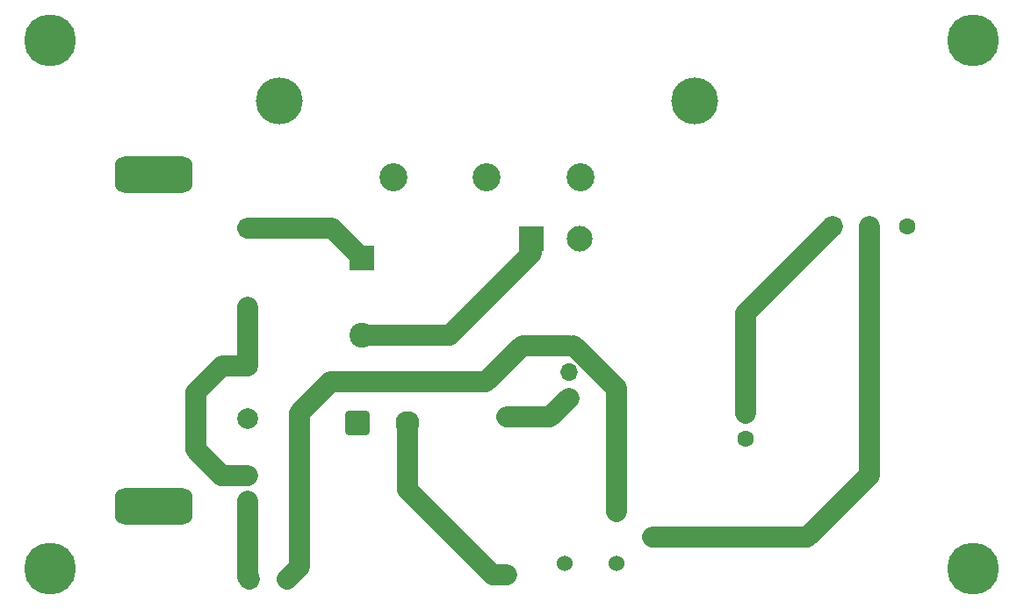
<source format=gbr>
%TF.GenerationSoftware,KiCad,Pcbnew,(6.0.5)*%
%TF.CreationDate,2022-07-10T15:42:58-07:00*%
%TF.ProjectId,BRD_strobelight,4252445f-7374-4726-9f62-656c69676874,rev?*%
%TF.SameCoordinates,Original*%
%TF.FileFunction,Copper,L2,Bot*%
%TF.FilePolarity,Positive*%
%FSLAX46Y46*%
G04 Gerber Fmt 4.6, Leading zero omitted, Abs format (unit mm)*
G04 Created by KiCad (PCBNEW (6.0.5)) date 2022-07-10 15:42:58*
%MOMM*%
%LPD*%
G01*
G04 APERTURE LIST*
G04 Aperture macros list*
%AMRoundRect*
0 Rectangle with rounded corners*
0 $1 Rounding radius*
0 $2 $3 $4 $5 $6 $7 $8 $9 X,Y pos of 4 corners*
0 Add a 4 corners polygon primitive as box body*
4,1,4,$2,$3,$4,$5,$6,$7,$8,$9,$2,$3,0*
0 Add four circle primitives for the rounded corners*
1,1,$1+$1,$2,$3*
1,1,$1+$1,$4,$5*
1,1,$1+$1,$6,$7*
1,1,$1+$1,$8,$9*
0 Add four rect primitives between the rounded corners*
20,1,$1+$1,$2,$3,$4,$5,0*
20,1,$1+$1,$4,$5,$6,$7,0*
20,1,$1+$1,$6,$7,$8,$9,0*
20,1,$1+$1,$8,$9,$2,$3,0*%
G04 Aperture macros list end*
%TA.AperFunction,ComponentPad*%
%ADD10C,2.000000*%
%TD*%
%TA.AperFunction,ComponentPad*%
%ADD11RoundRect,0.875000X2.875000X-0.875000X2.875000X0.875000X-2.875000X0.875000X-2.875000X-0.875000X0*%
%TD*%
%TA.AperFunction,ComponentPad*%
%ADD12RoundRect,0.250000X-0.550000X-0.550000X0.550000X-0.550000X0.550000X0.550000X-0.550000X0.550000X0*%
%TD*%
%TA.AperFunction,ComponentPad*%
%ADD13C,1.600000*%
%TD*%
%TA.AperFunction,ComponentPad*%
%ADD14R,2.400000X2.400000*%
%TD*%
%TA.AperFunction,ComponentPad*%
%ADD15C,2.400000*%
%TD*%
%TA.AperFunction,ComponentPad*%
%ADD16R,1.700000X1.700000*%
%TD*%
%TA.AperFunction,ComponentPad*%
%ADD17O,1.700000X1.700000*%
%TD*%
%TA.AperFunction,ConnectorPad*%
%ADD18C,5.000000*%
%TD*%
%TA.AperFunction,ComponentPad*%
%ADD19C,2.900000*%
%TD*%
%TA.AperFunction,ComponentPad*%
%ADD20O,1.600000X1.600000*%
%TD*%
%TA.AperFunction,ComponentPad*%
%ADD21R,1.500000X1.500000*%
%TD*%
%TA.AperFunction,ComponentPad*%
%ADD22O,1.500000X1.500000*%
%TD*%
%TA.AperFunction,ComponentPad*%
%ADD23C,2.700000*%
%TD*%
%TA.AperFunction,ComponentPad*%
%ADD24C,4.516000*%
%TD*%
%TA.AperFunction,ComponentPad*%
%ADD25C,1.524000*%
%TD*%
%TA.AperFunction,ComponentPad*%
%ADD26R,2.480000X2.480000*%
%TD*%
%TA.AperFunction,ComponentPad*%
%ADD27C,2.480000*%
%TD*%
%TA.AperFunction,ComponentPad*%
%ADD28RoundRect,0.250001X-0.899999X-0.899999X0.899999X-0.899999X0.899999X0.899999X-0.899999X0.899999X0*%
%TD*%
%TA.AperFunction,ComponentPad*%
%ADD29C,2.300000*%
%TD*%
%TA.AperFunction,Conductor*%
%ADD30C,2.000000*%
%TD*%
%TA.AperFunction,Conductor*%
%ADD31C,1.000000*%
%TD*%
G04 APERTURE END LIST*
D10*
%TO.P,F1,1*%
%TO.N,Net-(C2-Pad1)*%
X97000000Y-93460000D03*
%TO.P,F1,2*%
%TO.N,Net-(R1-Pad1)*%
X96990000Y-98540000D03*
%TD*%
D11*
%TO.P,R1,1*%
%TO.N,Net-(R1-Pad1)*%
X88000000Y-107000000D03*
%TO.P,R1,2*%
%TO.N,Net-(P1-Pad1)*%
X88000000Y-75000000D03*
%TD*%
D12*
%TO.P,DS1,1*%
%TO.N,Net-(C2-Pad2)*%
X97200000Y-114000000D03*
D13*
%TO.P,DS1,2*%
%TO.N,Net-(D2-Pad1)*%
X100800000Y-114000000D03*
%TD*%
D14*
%TO.P,C1,1*%
%TO.N,Net-(C1-Pad1)*%
X108000000Y-83000000D03*
D15*
%TO.P,C1,2*%
%TO.N,Net-(C1-Pad2)*%
X108000000Y-90500000D03*
%TD*%
D16*
%TO.P,D2,1,K*%
%TO.N,Net-(D2-Pad1)*%
X128000000Y-91475000D03*
D17*
%TO.P,D2,2,A*%
%TO.N,Net-(C1-Pad1)*%
X128000000Y-94015000D03*
%TO.P,D2,3,G*%
%TO.N,Net-(D2-Pad3)*%
X128000000Y-96555000D03*
%TD*%
D18*
%TO.P,H1,1,1*%
%TO.N,Net-(H1-Pad1)*%
X78000000Y-62000000D03*
D19*
X78000000Y-62000000D03*
%TD*%
D13*
%TO.P,R2,1*%
%TO.N,Net-(D2-Pad3)*%
X122000000Y-98380000D03*
D20*
%TO.P,R2,2*%
%TO.N,Net-(R2-Pad2)*%
X122000000Y-113620000D03*
%TD*%
D19*
%TO.P,H4,1,1*%
%TO.N,Net-(H1-Pad1)*%
X167000000Y-113000000D03*
D18*
X167000000Y-113000000D03*
%TD*%
D19*
%TO.P,H2,1,1*%
%TO.N,Net-(H1-Pad1)*%
X167000000Y-62000000D03*
D18*
X167000000Y-62000000D03*
%TD*%
D19*
%TO.P,H3,1,1*%
%TO.N,Net-(H1-Pad1)*%
X78000000Y-113000000D03*
D18*
X78000000Y-113000000D03*
%TD*%
D21*
%TO.P,D1,1,K*%
%TO.N,Net-(C1-Pad1)*%
X97000000Y-80185000D03*
D22*
%TO.P,D1,2,A*%
%TO.N,Net-(C2-Pad1)*%
X97000000Y-87805000D03*
%TD*%
D23*
%TO.P,P1,1,AC_P*%
%TO.N,Net-(P1-Pad1)*%
X111093250Y-75206750D03*
%TO.P,P1,2,AC_N*%
%TO.N,Net-(P1-Pad2)*%
X129093250Y-75206750D03*
%TO.P,P1,3,EARTH*%
%TO.N,Net-(H1-Pad1)*%
X120093250Y-75206750D03*
D24*
%TO.P,P1,MH1*%
X100093250Y-67906750D03*
%TO.P,P1,MH2*%
X140093250Y-67906750D03*
%TD*%
D25*
%TO.P,T1,1*%
%TO.N,Net-(D2-Pad1)*%
X132550000Y-107500000D03*
%TO.P,T1,2*%
%TO.N,Net-(C3-Pad2)*%
X127550000Y-112500000D03*
%TO.P,T1,3*%
%TO.N,Net-(D2-Pad1)*%
X132550000Y-112500000D03*
%TO.P,T1,4*%
%TO.N,Net-(DS2-Pad2)*%
X136050000Y-110000000D03*
%TD*%
D13*
%TO.P,C2,1*%
%TO.N,Net-(C2-Pad1)*%
X97000000Y-104000000D03*
%TO.P,C2,2*%
%TO.N,Net-(C2-Pad2)*%
X97000000Y-106500000D03*
%TD*%
D12*
%TO.P,DS2,1*%
%TO.N,Net-(C1-Pad1)*%
X153400000Y-80000000D03*
D13*
%TO.P,DS2,2*%
%TO.N,Net-(DS2-Pad2)*%
X157000000Y-80000000D03*
%TO.P,DS2,3*%
%TO.N,Net-(C1-Pad2)*%
X160600000Y-80000000D03*
%TD*%
%TO.P,C3,1*%
%TO.N,Net-(C1-Pad1)*%
X145000000Y-98000000D03*
%TO.P,C3,2*%
%TO.N,Net-(C3-Pad2)*%
X145000000Y-100500000D03*
%TD*%
D26*
%TO.P,SW1,1*%
%TO.N,Net-(C1-Pad2)*%
X124400000Y-81150000D03*
D27*
%TO.P,SW1,2*%
%TO.N,Net-(P1-Pad2)*%
X129000000Y-81150000D03*
%TD*%
D28*
%TO.P,R3,1,1*%
%TO.N,Net-(C1-Pad2)*%
X107600000Y-98975000D03*
D29*
%TO.P,R3,2,2*%
%TO.N,Net-(R2-Pad2)*%
X112400000Y-98975000D03*
%TD*%
D30*
%TO.N,Net-(C1-Pad1)*%
X105185000Y-80185000D02*
X108000000Y-83000000D01*
X97000000Y-80185000D02*
X105185000Y-80185000D01*
%TO.N,Net-(C2-Pad1)*%
X94540000Y-93460000D02*
X97000000Y-93460000D01*
X92000000Y-96000000D02*
X94540000Y-93460000D01*
X92000000Y-101500000D02*
X92000000Y-96000000D01*
X94500000Y-104000000D02*
X92000000Y-101500000D01*
X97000000Y-104000000D02*
X94500000Y-104000000D01*
X97000000Y-93460000D02*
X97000000Y-87805000D01*
%TO.N,Net-(C2-Pad2)*%
X97000000Y-113800000D02*
X97200000Y-114000000D01*
X97000000Y-106500000D02*
X97000000Y-113800000D01*
%TO.N,Net-(D2-Pad1)*%
X120000000Y-95000000D02*
X123525000Y-91475000D01*
X105000000Y-95000000D02*
X120000000Y-95000000D01*
X102000000Y-98000000D02*
X105000000Y-95000000D01*
X123525000Y-91475000D02*
X128000000Y-91475000D01*
X102000000Y-112800000D02*
X102000000Y-98000000D01*
X100800000Y-114000000D02*
X102000000Y-112800000D01*
%TO.N,Net-(R2-Pad2)*%
X120620000Y-113620000D02*
X112400000Y-105400000D01*
X122000000Y-113620000D02*
X120620000Y-113620000D01*
X112400000Y-105400000D02*
X112400000Y-98975000D01*
D31*
%TO.N,Net-(D2-Pad1)*%
X128000000Y-91475000D02*
X128475000Y-91475000D01*
D30*
X128475000Y-91475000D02*
X132550000Y-95550000D01*
X132550000Y-95550000D02*
X132550000Y-107500000D01*
%TO.N,Net-(C1-Pad2)*%
X124400000Y-81000000D02*
X124400000Y-82600000D01*
D31*
X124400000Y-81150000D02*
X124400000Y-81000000D01*
D30*
X124400000Y-82600000D02*
X116500000Y-90500000D01*
X116500000Y-90500000D02*
X108000000Y-90500000D01*
%TO.N,Net-(C1-Pad1)*%
X145000000Y-88400000D02*
X145000000Y-98000000D01*
X153400000Y-80000000D02*
X145000000Y-88400000D01*
%TO.N,Net-(DS2-Pad2)*%
X157000000Y-80000000D02*
X157000000Y-104000000D01*
X157000000Y-104000000D02*
X151000000Y-110000000D01*
X151000000Y-110000000D02*
X136050000Y-110000000D01*
%TO.N,Net-(D2-Pad3)*%
X126175000Y-98380000D02*
X128000000Y-96555000D01*
X122000000Y-98380000D02*
X126175000Y-98380000D01*
%TD*%
M02*

</source>
